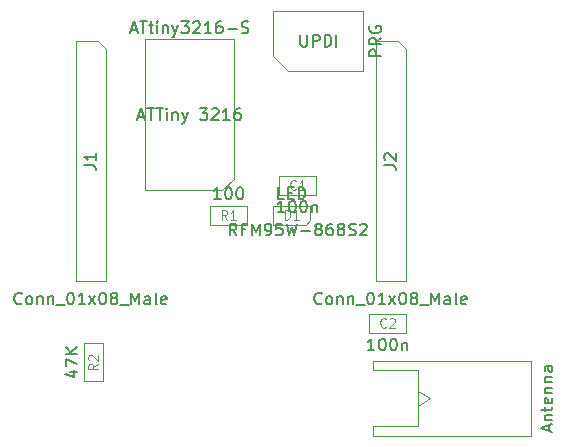
<source format=gbr>
%TF.GenerationSoftware,KiCad,Pcbnew,(5.1.10)-1*%
%TF.CreationDate,2021-12-27T13:21:28+01:00*%
%TF.ProjectId,LORA_ATTINY_v3,4c4f5241-5f41-4545-9449-4e595f76332e,rev?*%
%TF.SameCoordinates,Original*%
%TF.FileFunction,Other,Fab,Top*%
%FSLAX46Y46*%
G04 Gerber Fmt 4.6, Leading zero omitted, Abs format (unit mm)*
G04 Created by KiCad (PCBNEW (5.1.10)-1) date 2021-12-27 13:21:28*
%MOMM*%
%LPD*%
G01*
G04 APERTURE LIST*
%ADD10C,0.100000*%
%ADD11C,0.150000*%
%ADD12C,0.120000*%
G04 APERTURE END LIST*
D10*
%TO.C,ANT1*%
X87174000Y-74676000D02*
X86174000Y-75316000D01*
X86174000Y-74036000D02*
X87174000Y-74676000D01*
X95694000Y-71511000D02*
X95694000Y-77841000D01*
X82364000Y-71501000D02*
X95694000Y-71501000D01*
X82364000Y-71501000D02*
X82364000Y-72311000D01*
X82364000Y-72311000D02*
X86174000Y-72311000D01*
X86174000Y-72311000D02*
X86174000Y-77041000D01*
X86174000Y-77041000D02*
X82364000Y-77041000D01*
X82364000Y-77041000D02*
X82364000Y-77851000D01*
X82364000Y-77851000D02*
X95694000Y-77851000D01*
%TO.C,C1*%
X74346000Y-57442000D02*
X74346000Y-55842000D01*
X74346000Y-55842000D02*
X77546000Y-55842000D01*
X77546000Y-55842000D02*
X77546000Y-57442000D01*
X77546000Y-57442000D02*
X74346000Y-57442000D01*
%TO.C,C2*%
X85166000Y-69126000D02*
X81966000Y-69126000D01*
X85166000Y-67526000D02*
X85166000Y-69126000D01*
X81966000Y-67526000D02*
X85166000Y-67526000D01*
X81966000Y-69126000D02*
X81966000Y-67526000D01*
%TO.C,D1*%
X73838000Y-59982000D02*
X76638000Y-59982000D01*
X76638000Y-59982000D02*
X77038000Y-59582000D01*
X77038000Y-59582000D02*
X77038000Y-58382000D01*
X77038000Y-58382000D02*
X73838000Y-58382000D01*
X73838000Y-58382000D02*
X73838000Y-59982000D01*
%TO.C,J1*%
X57150000Y-44450000D02*
X59055000Y-44450000D01*
X59055000Y-44450000D02*
X59690000Y-45085000D01*
X59690000Y-45085000D02*
X59690000Y-64770000D01*
X59690000Y-64770000D02*
X57150000Y-64770000D01*
X57150000Y-64770000D02*
X57150000Y-44450000D01*
%TO.C,J2*%
X82550000Y-64770000D02*
X82550000Y-44450000D01*
X85090000Y-64770000D02*
X82550000Y-64770000D01*
X85090000Y-45085000D02*
X85090000Y-64770000D01*
X84455000Y-44450000D02*
X85090000Y-45085000D01*
X82550000Y-44450000D02*
X84455000Y-44450000D01*
%TO.C,UPDI*%
X73900000Y-45720000D02*
X73900000Y-41910000D01*
X73900000Y-41910000D02*
X81520000Y-41910000D01*
X81520000Y-41910000D02*
X81520000Y-46990000D01*
X81520000Y-46990000D02*
X75170000Y-46990000D01*
X75170000Y-46990000D02*
X73900000Y-45720000D01*
%TO.C,R1*%
X68504000Y-58382000D02*
X71704000Y-58382000D01*
X68504000Y-59982000D02*
X68504000Y-58382000D01*
X71704000Y-59982000D02*
X68504000Y-59982000D01*
X71704000Y-58382000D02*
X71704000Y-59982000D01*
%TO.C,R2*%
X57874000Y-70028000D02*
X59474000Y-70028000D01*
X59474000Y-70028000D02*
X59474000Y-73228000D01*
X59474000Y-73228000D02*
X57874000Y-73228000D01*
X57874000Y-73228000D02*
X57874000Y-70028000D01*
%TO.C,ATTiny 3216*%
X69552000Y-57073000D02*
X63052000Y-57073000D01*
X63052000Y-57073000D02*
X63052000Y-44273000D01*
X63052000Y-44273000D02*
X70552000Y-44273000D01*
X70552000Y-44273000D02*
X70552000Y-56073000D01*
X70552000Y-56073000D02*
X69552000Y-57073000D01*
%TD*%
%TO.C,ANT1*%
D11*
X97240666Y-77437904D02*
X97240666Y-76961714D01*
X97526380Y-77533142D02*
X96526380Y-77199809D01*
X97526380Y-76866476D01*
X96859714Y-76533142D02*
X97526380Y-76533142D01*
X96954952Y-76533142D02*
X96907333Y-76485523D01*
X96859714Y-76390285D01*
X96859714Y-76247428D01*
X96907333Y-76152190D01*
X97002571Y-76104571D01*
X97526380Y-76104571D01*
X96859714Y-75771238D02*
X96859714Y-75390285D01*
X96526380Y-75628380D02*
X97383523Y-75628380D01*
X97478761Y-75580761D01*
X97526380Y-75485523D01*
X97526380Y-75390285D01*
X97478761Y-74676000D02*
X97526380Y-74771238D01*
X97526380Y-74961714D01*
X97478761Y-75056952D01*
X97383523Y-75104571D01*
X97002571Y-75104571D01*
X96907333Y-75056952D01*
X96859714Y-74961714D01*
X96859714Y-74771238D01*
X96907333Y-74676000D01*
X97002571Y-74628380D01*
X97097809Y-74628380D01*
X97193047Y-75104571D01*
X96859714Y-74199809D02*
X97526380Y-74199809D01*
X96954952Y-74199809D02*
X96907333Y-74152190D01*
X96859714Y-74056952D01*
X96859714Y-73914095D01*
X96907333Y-73818857D01*
X97002571Y-73771238D01*
X97526380Y-73771238D01*
X96859714Y-73295047D02*
X97526380Y-73295047D01*
X96954952Y-73295047D02*
X96907333Y-73247428D01*
X96859714Y-73152190D01*
X96859714Y-73009333D01*
X96907333Y-72914095D01*
X97002571Y-72866476D01*
X97526380Y-72866476D01*
X97526380Y-71961714D02*
X97002571Y-71961714D01*
X96907333Y-72009333D01*
X96859714Y-72104571D01*
X96859714Y-72295047D01*
X96907333Y-72390285D01*
X97478761Y-71961714D02*
X97526380Y-72056952D01*
X97526380Y-72295047D01*
X97478761Y-72390285D01*
X97383523Y-72437904D01*
X97288285Y-72437904D01*
X97193047Y-72390285D01*
X97145428Y-72295047D01*
X97145428Y-72056952D01*
X97097809Y-71961714D01*
%TO.C,C1*%
X74826952Y-58944380D02*
X74255523Y-58944380D01*
X74541238Y-58944380D02*
X74541238Y-57944380D01*
X74446000Y-58087238D01*
X74350761Y-58182476D01*
X74255523Y-58230095D01*
X75446000Y-57944380D02*
X75541238Y-57944380D01*
X75636476Y-57992000D01*
X75684095Y-58039619D01*
X75731714Y-58134857D01*
X75779333Y-58325333D01*
X75779333Y-58563428D01*
X75731714Y-58753904D01*
X75684095Y-58849142D01*
X75636476Y-58896761D01*
X75541238Y-58944380D01*
X75446000Y-58944380D01*
X75350761Y-58896761D01*
X75303142Y-58849142D01*
X75255523Y-58753904D01*
X75207904Y-58563428D01*
X75207904Y-58325333D01*
X75255523Y-58134857D01*
X75303142Y-58039619D01*
X75350761Y-57992000D01*
X75446000Y-57944380D01*
X76398380Y-57944380D02*
X76493619Y-57944380D01*
X76588857Y-57992000D01*
X76636476Y-58039619D01*
X76684095Y-58134857D01*
X76731714Y-58325333D01*
X76731714Y-58563428D01*
X76684095Y-58753904D01*
X76636476Y-58849142D01*
X76588857Y-58896761D01*
X76493619Y-58944380D01*
X76398380Y-58944380D01*
X76303142Y-58896761D01*
X76255523Y-58849142D01*
X76207904Y-58753904D01*
X76160285Y-58563428D01*
X76160285Y-58325333D01*
X76207904Y-58134857D01*
X76255523Y-58039619D01*
X76303142Y-57992000D01*
X76398380Y-57944380D01*
X77160285Y-58277714D02*
X77160285Y-58944380D01*
X77160285Y-58372952D02*
X77207904Y-58325333D01*
X77303142Y-58277714D01*
X77446000Y-58277714D01*
X77541238Y-58325333D01*
X77588857Y-58420571D01*
X77588857Y-58944380D01*
D12*
X75812666Y-56927714D02*
X75774571Y-56965809D01*
X75660285Y-57003904D01*
X75584095Y-57003904D01*
X75469809Y-56965809D01*
X75393619Y-56889619D01*
X75355523Y-56813428D01*
X75317428Y-56661047D01*
X75317428Y-56546761D01*
X75355523Y-56394380D01*
X75393619Y-56318190D01*
X75469809Y-56242000D01*
X75584095Y-56203904D01*
X75660285Y-56203904D01*
X75774571Y-56242000D01*
X75812666Y-56280095D01*
X76574571Y-57003904D02*
X76117428Y-57003904D01*
X76346000Y-57003904D02*
X76346000Y-56203904D01*
X76269809Y-56318190D01*
X76193619Y-56394380D01*
X76117428Y-56432476D01*
%TO.C,C2*%
D11*
X82446952Y-70628380D02*
X81875523Y-70628380D01*
X82161238Y-70628380D02*
X82161238Y-69628380D01*
X82066000Y-69771238D01*
X81970761Y-69866476D01*
X81875523Y-69914095D01*
X83066000Y-69628380D02*
X83161238Y-69628380D01*
X83256476Y-69676000D01*
X83304095Y-69723619D01*
X83351714Y-69818857D01*
X83399333Y-70009333D01*
X83399333Y-70247428D01*
X83351714Y-70437904D01*
X83304095Y-70533142D01*
X83256476Y-70580761D01*
X83161238Y-70628380D01*
X83066000Y-70628380D01*
X82970761Y-70580761D01*
X82923142Y-70533142D01*
X82875523Y-70437904D01*
X82827904Y-70247428D01*
X82827904Y-70009333D01*
X82875523Y-69818857D01*
X82923142Y-69723619D01*
X82970761Y-69676000D01*
X83066000Y-69628380D01*
X84018380Y-69628380D02*
X84113619Y-69628380D01*
X84208857Y-69676000D01*
X84256476Y-69723619D01*
X84304095Y-69818857D01*
X84351714Y-70009333D01*
X84351714Y-70247428D01*
X84304095Y-70437904D01*
X84256476Y-70533142D01*
X84208857Y-70580761D01*
X84113619Y-70628380D01*
X84018380Y-70628380D01*
X83923142Y-70580761D01*
X83875523Y-70533142D01*
X83827904Y-70437904D01*
X83780285Y-70247428D01*
X83780285Y-70009333D01*
X83827904Y-69818857D01*
X83875523Y-69723619D01*
X83923142Y-69676000D01*
X84018380Y-69628380D01*
X84780285Y-69961714D02*
X84780285Y-70628380D01*
X84780285Y-70056952D02*
X84827904Y-70009333D01*
X84923142Y-69961714D01*
X85066000Y-69961714D01*
X85161238Y-70009333D01*
X85208857Y-70104571D01*
X85208857Y-70628380D01*
D12*
X83432666Y-68611714D02*
X83394571Y-68649809D01*
X83280285Y-68687904D01*
X83204095Y-68687904D01*
X83089809Y-68649809D01*
X83013619Y-68573619D01*
X82975523Y-68497428D01*
X82937428Y-68345047D01*
X82937428Y-68230761D01*
X82975523Y-68078380D01*
X83013619Y-68002190D01*
X83089809Y-67926000D01*
X83204095Y-67887904D01*
X83280285Y-67887904D01*
X83394571Y-67926000D01*
X83432666Y-67964095D01*
X83737428Y-67964095D02*
X83775523Y-67926000D01*
X83851714Y-67887904D01*
X84042190Y-67887904D01*
X84118380Y-67926000D01*
X84156476Y-67964095D01*
X84194571Y-68040285D01*
X84194571Y-68116476D01*
X84156476Y-68230761D01*
X83699333Y-68687904D01*
X84194571Y-68687904D01*
%TO.C,D1*%
D11*
X74795142Y-57814380D02*
X74318952Y-57814380D01*
X74318952Y-56814380D01*
X75128476Y-57290571D02*
X75461809Y-57290571D01*
X75604666Y-57814380D02*
X75128476Y-57814380D01*
X75128476Y-56814380D01*
X75604666Y-56814380D01*
X76033238Y-57814380D02*
X76033238Y-56814380D01*
X76271333Y-56814380D01*
X76414190Y-56862000D01*
X76509428Y-56957238D01*
X76557047Y-57052476D01*
X76604666Y-57242952D01*
X76604666Y-57385809D01*
X76557047Y-57576285D01*
X76509428Y-57671523D01*
X76414190Y-57766761D01*
X76271333Y-57814380D01*
X76033238Y-57814380D01*
D12*
X74847523Y-59543904D02*
X74847523Y-58743904D01*
X75038000Y-58743904D01*
X75152285Y-58782000D01*
X75228476Y-58858190D01*
X75266571Y-58934380D01*
X75304666Y-59086761D01*
X75304666Y-59201047D01*
X75266571Y-59353428D01*
X75228476Y-59429619D01*
X75152285Y-59505809D01*
X75038000Y-59543904D01*
X74847523Y-59543904D01*
X76066571Y-59543904D02*
X75609428Y-59543904D01*
X75838000Y-59543904D02*
X75838000Y-58743904D01*
X75761809Y-58858190D01*
X75685619Y-58934380D01*
X75609428Y-58972476D01*
%TO.C,J1*%
D11*
X52586666Y-66627142D02*
X52539047Y-66674761D01*
X52396190Y-66722380D01*
X52300952Y-66722380D01*
X52158095Y-66674761D01*
X52062857Y-66579523D01*
X52015238Y-66484285D01*
X51967619Y-66293809D01*
X51967619Y-66150952D01*
X52015238Y-65960476D01*
X52062857Y-65865238D01*
X52158095Y-65770000D01*
X52300952Y-65722380D01*
X52396190Y-65722380D01*
X52539047Y-65770000D01*
X52586666Y-65817619D01*
X53158095Y-66722380D02*
X53062857Y-66674761D01*
X53015238Y-66627142D01*
X52967619Y-66531904D01*
X52967619Y-66246190D01*
X53015238Y-66150952D01*
X53062857Y-66103333D01*
X53158095Y-66055714D01*
X53300952Y-66055714D01*
X53396190Y-66103333D01*
X53443809Y-66150952D01*
X53491428Y-66246190D01*
X53491428Y-66531904D01*
X53443809Y-66627142D01*
X53396190Y-66674761D01*
X53300952Y-66722380D01*
X53158095Y-66722380D01*
X53920000Y-66055714D02*
X53920000Y-66722380D01*
X53920000Y-66150952D02*
X53967619Y-66103333D01*
X54062857Y-66055714D01*
X54205714Y-66055714D01*
X54300952Y-66103333D01*
X54348571Y-66198571D01*
X54348571Y-66722380D01*
X54824761Y-66055714D02*
X54824761Y-66722380D01*
X54824761Y-66150952D02*
X54872380Y-66103333D01*
X54967619Y-66055714D01*
X55110476Y-66055714D01*
X55205714Y-66103333D01*
X55253333Y-66198571D01*
X55253333Y-66722380D01*
X55491428Y-66817619D02*
X56253333Y-66817619D01*
X56681904Y-65722380D02*
X56777142Y-65722380D01*
X56872380Y-65770000D01*
X56920000Y-65817619D01*
X56967619Y-65912857D01*
X57015238Y-66103333D01*
X57015238Y-66341428D01*
X56967619Y-66531904D01*
X56920000Y-66627142D01*
X56872380Y-66674761D01*
X56777142Y-66722380D01*
X56681904Y-66722380D01*
X56586666Y-66674761D01*
X56539047Y-66627142D01*
X56491428Y-66531904D01*
X56443809Y-66341428D01*
X56443809Y-66103333D01*
X56491428Y-65912857D01*
X56539047Y-65817619D01*
X56586666Y-65770000D01*
X56681904Y-65722380D01*
X57967619Y-66722380D02*
X57396190Y-66722380D01*
X57681904Y-66722380D02*
X57681904Y-65722380D01*
X57586666Y-65865238D01*
X57491428Y-65960476D01*
X57396190Y-66008095D01*
X58300952Y-66722380D02*
X58824761Y-66055714D01*
X58300952Y-66055714D02*
X58824761Y-66722380D01*
X59396190Y-65722380D02*
X59491428Y-65722380D01*
X59586666Y-65770000D01*
X59634285Y-65817619D01*
X59681904Y-65912857D01*
X59729523Y-66103333D01*
X59729523Y-66341428D01*
X59681904Y-66531904D01*
X59634285Y-66627142D01*
X59586666Y-66674761D01*
X59491428Y-66722380D01*
X59396190Y-66722380D01*
X59300952Y-66674761D01*
X59253333Y-66627142D01*
X59205714Y-66531904D01*
X59158095Y-66341428D01*
X59158095Y-66103333D01*
X59205714Y-65912857D01*
X59253333Y-65817619D01*
X59300952Y-65770000D01*
X59396190Y-65722380D01*
X60300952Y-66150952D02*
X60205714Y-66103333D01*
X60158095Y-66055714D01*
X60110476Y-65960476D01*
X60110476Y-65912857D01*
X60158095Y-65817619D01*
X60205714Y-65770000D01*
X60300952Y-65722380D01*
X60491428Y-65722380D01*
X60586666Y-65770000D01*
X60634285Y-65817619D01*
X60681904Y-65912857D01*
X60681904Y-65960476D01*
X60634285Y-66055714D01*
X60586666Y-66103333D01*
X60491428Y-66150952D01*
X60300952Y-66150952D01*
X60205714Y-66198571D01*
X60158095Y-66246190D01*
X60110476Y-66341428D01*
X60110476Y-66531904D01*
X60158095Y-66627142D01*
X60205714Y-66674761D01*
X60300952Y-66722380D01*
X60491428Y-66722380D01*
X60586666Y-66674761D01*
X60634285Y-66627142D01*
X60681904Y-66531904D01*
X60681904Y-66341428D01*
X60634285Y-66246190D01*
X60586666Y-66198571D01*
X60491428Y-66150952D01*
X60872380Y-66817619D02*
X61634285Y-66817619D01*
X61872380Y-66722380D02*
X61872380Y-65722380D01*
X62205714Y-66436666D01*
X62539047Y-65722380D01*
X62539047Y-66722380D01*
X63443809Y-66722380D02*
X63443809Y-66198571D01*
X63396190Y-66103333D01*
X63300952Y-66055714D01*
X63110476Y-66055714D01*
X63015238Y-66103333D01*
X63443809Y-66674761D02*
X63348571Y-66722380D01*
X63110476Y-66722380D01*
X63015238Y-66674761D01*
X62967619Y-66579523D01*
X62967619Y-66484285D01*
X63015238Y-66389047D01*
X63110476Y-66341428D01*
X63348571Y-66341428D01*
X63443809Y-66293809D01*
X64062857Y-66722380D02*
X63967619Y-66674761D01*
X63920000Y-66579523D01*
X63920000Y-65722380D01*
X64824761Y-66674761D02*
X64729523Y-66722380D01*
X64539047Y-66722380D01*
X64443809Y-66674761D01*
X64396190Y-66579523D01*
X64396190Y-66198571D01*
X64443809Y-66103333D01*
X64539047Y-66055714D01*
X64729523Y-66055714D01*
X64824761Y-66103333D01*
X64872380Y-66198571D01*
X64872380Y-66293809D01*
X64396190Y-66389047D01*
X57872380Y-54943333D02*
X58586666Y-54943333D01*
X58729523Y-54990952D01*
X58824761Y-55086190D01*
X58872380Y-55229047D01*
X58872380Y-55324285D01*
X58872380Y-53943333D02*
X58872380Y-54514761D01*
X58872380Y-54229047D02*
X57872380Y-54229047D01*
X58015238Y-54324285D01*
X58110476Y-54419523D01*
X58158095Y-54514761D01*
%TO.C,J2*%
X77986666Y-66627142D02*
X77939047Y-66674761D01*
X77796190Y-66722380D01*
X77700952Y-66722380D01*
X77558095Y-66674761D01*
X77462857Y-66579523D01*
X77415238Y-66484285D01*
X77367619Y-66293809D01*
X77367619Y-66150952D01*
X77415238Y-65960476D01*
X77462857Y-65865238D01*
X77558095Y-65770000D01*
X77700952Y-65722380D01*
X77796190Y-65722380D01*
X77939047Y-65770000D01*
X77986666Y-65817619D01*
X78558095Y-66722380D02*
X78462857Y-66674761D01*
X78415238Y-66627142D01*
X78367619Y-66531904D01*
X78367619Y-66246190D01*
X78415238Y-66150952D01*
X78462857Y-66103333D01*
X78558095Y-66055714D01*
X78700952Y-66055714D01*
X78796190Y-66103333D01*
X78843809Y-66150952D01*
X78891428Y-66246190D01*
X78891428Y-66531904D01*
X78843809Y-66627142D01*
X78796190Y-66674761D01*
X78700952Y-66722380D01*
X78558095Y-66722380D01*
X79320000Y-66055714D02*
X79320000Y-66722380D01*
X79320000Y-66150952D02*
X79367619Y-66103333D01*
X79462857Y-66055714D01*
X79605714Y-66055714D01*
X79700952Y-66103333D01*
X79748571Y-66198571D01*
X79748571Y-66722380D01*
X80224761Y-66055714D02*
X80224761Y-66722380D01*
X80224761Y-66150952D02*
X80272380Y-66103333D01*
X80367619Y-66055714D01*
X80510476Y-66055714D01*
X80605714Y-66103333D01*
X80653333Y-66198571D01*
X80653333Y-66722380D01*
X80891428Y-66817619D02*
X81653333Y-66817619D01*
X82081904Y-65722380D02*
X82177142Y-65722380D01*
X82272380Y-65770000D01*
X82320000Y-65817619D01*
X82367619Y-65912857D01*
X82415238Y-66103333D01*
X82415238Y-66341428D01*
X82367619Y-66531904D01*
X82320000Y-66627142D01*
X82272380Y-66674761D01*
X82177142Y-66722380D01*
X82081904Y-66722380D01*
X81986666Y-66674761D01*
X81939047Y-66627142D01*
X81891428Y-66531904D01*
X81843809Y-66341428D01*
X81843809Y-66103333D01*
X81891428Y-65912857D01*
X81939047Y-65817619D01*
X81986666Y-65770000D01*
X82081904Y-65722380D01*
X83367619Y-66722380D02*
X82796190Y-66722380D01*
X83081904Y-66722380D02*
X83081904Y-65722380D01*
X82986666Y-65865238D01*
X82891428Y-65960476D01*
X82796190Y-66008095D01*
X83700952Y-66722380D02*
X84224761Y-66055714D01*
X83700952Y-66055714D02*
X84224761Y-66722380D01*
X84796190Y-65722380D02*
X84891428Y-65722380D01*
X84986666Y-65770000D01*
X85034285Y-65817619D01*
X85081904Y-65912857D01*
X85129523Y-66103333D01*
X85129523Y-66341428D01*
X85081904Y-66531904D01*
X85034285Y-66627142D01*
X84986666Y-66674761D01*
X84891428Y-66722380D01*
X84796190Y-66722380D01*
X84700952Y-66674761D01*
X84653333Y-66627142D01*
X84605714Y-66531904D01*
X84558095Y-66341428D01*
X84558095Y-66103333D01*
X84605714Y-65912857D01*
X84653333Y-65817619D01*
X84700952Y-65770000D01*
X84796190Y-65722380D01*
X85700952Y-66150952D02*
X85605714Y-66103333D01*
X85558095Y-66055714D01*
X85510476Y-65960476D01*
X85510476Y-65912857D01*
X85558095Y-65817619D01*
X85605714Y-65770000D01*
X85700952Y-65722380D01*
X85891428Y-65722380D01*
X85986666Y-65770000D01*
X86034285Y-65817619D01*
X86081904Y-65912857D01*
X86081904Y-65960476D01*
X86034285Y-66055714D01*
X85986666Y-66103333D01*
X85891428Y-66150952D01*
X85700952Y-66150952D01*
X85605714Y-66198571D01*
X85558095Y-66246190D01*
X85510476Y-66341428D01*
X85510476Y-66531904D01*
X85558095Y-66627142D01*
X85605714Y-66674761D01*
X85700952Y-66722380D01*
X85891428Y-66722380D01*
X85986666Y-66674761D01*
X86034285Y-66627142D01*
X86081904Y-66531904D01*
X86081904Y-66341428D01*
X86034285Y-66246190D01*
X85986666Y-66198571D01*
X85891428Y-66150952D01*
X86272380Y-66817619D02*
X87034285Y-66817619D01*
X87272380Y-66722380D02*
X87272380Y-65722380D01*
X87605714Y-66436666D01*
X87939047Y-65722380D01*
X87939047Y-66722380D01*
X88843809Y-66722380D02*
X88843809Y-66198571D01*
X88796190Y-66103333D01*
X88700952Y-66055714D01*
X88510476Y-66055714D01*
X88415238Y-66103333D01*
X88843809Y-66674761D02*
X88748571Y-66722380D01*
X88510476Y-66722380D01*
X88415238Y-66674761D01*
X88367619Y-66579523D01*
X88367619Y-66484285D01*
X88415238Y-66389047D01*
X88510476Y-66341428D01*
X88748571Y-66341428D01*
X88843809Y-66293809D01*
X89462857Y-66722380D02*
X89367619Y-66674761D01*
X89320000Y-66579523D01*
X89320000Y-65722380D01*
X90224761Y-66674761D02*
X90129523Y-66722380D01*
X89939047Y-66722380D01*
X89843809Y-66674761D01*
X89796190Y-66579523D01*
X89796190Y-66198571D01*
X89843809Y-66103333D01*
X89939047Y-66055714D01*
X90129523Y-66055714D01*
X90224761Y-66103333D01*
X90272380Y-66198571D01*
X90272380Y-66293809D01*
X89796190Y-66389047D01*
X83272380Y-54943333D02*
X83986666Y-54943333D01*
X84129523Y-54990952D01*
X84224761Y-55086190D01*
X84272380Y-55229047D01*
X84272380Y-55324285D01*
X83367619Y-54514761D02*
X83320000Y-54467142D01*
X83272380Y-54371904D01*
X83272380Y-54133809D01*
X83320000Y-54038571D01*
X83367619Y-53990952D01*
X83462857Y-53943333D01*
X83558095Y-53943333D01*
X83700952Y-53990952D01*
X84272380Y-54562380D01*
X84272380Y-53943333D01*
%TO.C,UPDI*%
X83032380Y-45711904D02*
X82032380Y-45711904D01*
X82032380Y-45330952D01*
X82080000Y-45235714D01*
X82127619Y-45188095D01*
X82222857Y-45140476D01*
X82365714Y-45140476D01*
X82460952Y-45188095D01*
X82508571Y-45235714D01*
X82556190Y-45330952D01*
X82556190Y-45711904D01*
X83032380Y-44140476D02*
X82556190Y-44473809D01*
X83032380Y-44711904D02*
X82032380Y-44711904D01*
X82032380Y-44330952D01*
X82080000Y-44235714D01*
X82127619Y-44188095D01*
X82222857Y-44140476D01*
X82365714Y-44140476D01*
X82460952Y-44188095D01*
X82508571Y-44235714D01*
X82556190Y-44330952D01*
X82556190Y-44711904D01*
X82080000Y-43188095D02*
X82032380Y-43283333D01*
X82032380Y-43426190D01*
X82080000Y-43569047D01*
X82175238Y-43664285D01*
X82270476Y-43711904D01*
X82460952Y-43759523D01*
X82603809Y-43759523D01*
X82794285Y-43711904D01*
X82889523Y-43664285D01*
X82984761Y-43569047D01*
X83032380Y-43426190D01*
X83032380Y-43330952D01*
X82984761Y-43188095D01*
X82937142Y-43140476D01*
X82603809Y-43140476D01*
X82603809Y-43330952D01*
X76186190Y-43902380D02*
X76186190Y-44711904D01*
X76233809Y-44807142D01*
X76281428Y-44854761D01*
X76376666Y-44902380D01*
X76567142Y-44902380D01*
X76662380Y-44854761D01*
X76710000Y-44807142D01*
X76757619Y-44711904D01*
X76757619Y-43902380D01*
X77233809Y-44902380D02*
X77233809Y-43902380D01*
X77614761Y-43902380D01*
X77710000Y-43950000D01*
X77757619Y-43997619D01*
X77805238Y-44092857D01*
X77805238Y-44235714D01*
X77757619Y-44330952D01*
X77710000Y-44378571D01*
X77614761Y-44426190D01*
X77233809Y-44426190D01*
X78233809Y-44902380D02*
X78233809Y-43902380D01*
X78471904Y-43902380D01*
X78614761Y-43950000D01*
X78710000Y-44045238D01*
X78757619Y-44140476D01*
X78805238Y-44330952D01*
X78805238Y-44473809D01*
X78757619Y-44664285D01*
X78710000Y-44759523D01*
X78614761Y-44854761D01*
X78471904Y-44902380D01*
X78233809Y-44902380D01*
X79233809Y-44902380D02*
X79233809Y-43902380D01*
%TO.C,R1*%
X69437333Y-57814380D02*
X68865904Y-57814380D01*
X69151619Y-57814380D02*
X69151619Y-56814380D01*
X69056380Y-56957238D01*
X68961142Y-57052476D01*
X68865904Y-57100095D01*
X70056380Y-56814380D02*
X70151619Y-56814380D01*
X70246857Y-56862000D01*
X70294476Y-56909619D01*
X70342095Y-57004857D01*
X70389714Y-57195333D01*
X70389714Y-57433428D01*
X70342095Y-57623904D01*
X70294476Y-57719142D01*
X70246857Y-57766761D01*
X70151619Y-57814380D01*
X70056380Y-57814380D01*
X69961142Y-57766761D01*
X69913523Y-57719142D01*
X69865904Y-57623904D01*
X69818285Y-57433428D01*
X69818285Y-57195333D01*
X69865904Y-57004857D01*
X69913523Y-56909619D01*
X69961142Y-56862000D01*
X70056380Y-56814380D01*
X71008761Y-56814380D02*
X71104000Y-56814380D01*
X71199238Y-56862000D01*
X71246857Y-56909619D01*
X71294476Y-57004857D01*
X71342095Y-57195333D01*
X71342095Y-57433428D01*
X71294476Y-57623904D01*
X71246857Y-57719142D01*
X71199238Y-57766761D01*
X71104000Y-57814380D01*
X71008761Y-57814380D01*
X70913523Y-57766761D01*
X70865904Y-57719142D01*
X70818285Y-57623904D01*
X70770666Y-57433428D01*
X70770666Y-57195333D01*
X70818285Y-57004857D01*
X70865904Y-56909619D01*
X70913523Y-56862000D01*
X71008761Y-56814380D01*
D12*
X69970666Y-59543904D02*
X69704000Y-59162952D01*
X69513523Y-59543904D02*
X69513523Y-58743904D01*
X69818285Y-58743904D01*
X69894476Y-58782000D01*
X69932571Y-58820095D01*
X69970666Y-58896285D01*
X69970666Y-59010571D01*
X69932571Y-59086761D01*
X69894476Y-59124857D01*
X69818285Y-59162952D01*
X69513523Y-59162952D01*
X70732571Y-59543904D02*
X70275428Y-59543904D01*
X70504000Y-59543904D02*
X70504000Y-58743904D01*
X70427809Y-58858190D01*
X70351619Y-58934380D01*
X70275428Y-58972476D01*
%TO.C,R2*%
D11*
X56639714Y-72413714D02*
X57306380Y-72413714D01*
X56258761Y-72651809D02*
X56973047Y-72889904D01*
X56973047Y-72270857D01*
X56306380Y-71985142D02*
X56306380Y-71318476D01*
X57306380Y-71747047D01*
X57306380Y-70937523D02*
X56306380Y-70937523D01*
X57306380Y-70366095D02*
X56734952Y-70794666D01*
X56306380Y-70366095D02*
X56877809Y-70937523D01*
D12*
X59035904Y-71761333D02*
X58654952Y-72028000D01*
X59035904Y-72218476D02*
X58235904Y-72218476D01*
X58235904Y-71913714D01*
X58274000Y-71837523D01*
X58312095Y-71799428D01*
X58388285Y-71761333D01*
X58502571Y-71761333D01*
X58578761Y-71799428D01*
X58616857Y-71837523D01*
X58654952Y-71913714D01*
X58654952Y-72218476D01*
X58312095Y-71456571D02*
X58274000Y-71418476D01*
X58235904Y-71342285D01*
X58235904Y-71151809D01*
X58274000Y-71075619D01*
X58312095Y-71037523D01*
X58388285Y-70999428D01*
X58464476Y-70999428D01*
X58578761Y-71037523D01*
X59035904Y-71494666D01*
X59035904Y-70999428D01*
%TO.C,RFM95*%
D11*
X70769714Y-60882380D02*
X70436380Y-60406190D01*
X70198285Y-60882380D02*
X70198285Y-59882380D01*
X70579238Y-59882380D01*
X70674476Y-59930000D01*
X70722095Y-59977619D01*
X70769714Y-60072857D01*
X70769714Y-60215714D01*
X70722095Y-60310952D01*
X70674476Y-60358571D01*
X70579238Y-60406190D01*
X70198285Y-60406190D01*
X71531619Y-60358571D02*
X71198285Y-60358571D01*
X71198285Y-60882380D02*
X71198285Y-59882380D01*
X71674476Y-59882380D01*
X72055428Y-60882380D02*
X72055428Y-59882380D01*
X72388761Y-60596666D01*
X72722095Y-59882380D01*
X72722095Y-60882380D01*
X73245904Y-60882380D02*
X73436380Y-60882380D01*
X73531619Y-60834761D01*
X73579238Y-60787142D01*
X73674476Y-60644285D01*
X73722095Y-60453809D01*
X73722095Y-60072857D01*
X73674476Y-59977619D01*
X73626857Y-59930000D01*
X73531619Y-59882380D01*
X73341142Y-59882380D01*
X73245904Y-59930000D01*
X73198285Y-59977619D01*
X73150666Y-60072857D01*
X73150666Y-60310952D01*
X73198285Y-60406190D01*
X73245904Y-60453809D01*
X73341142Y-60501428D01*
X73531619Y-60501428D01*
X73626857Y-60453809D01*
X73674476Y-60406190D01*
X73722095Y-60310952D01*
X74626857Y-59882380D02*
X74150666Y-59882380D01*
X74103047Y-60358571D01*
X74150666Y-60310952D01*
X74245904Y-60263333D01*
X74484000Y-60263333D01*
X74579238Y-60310952D01*
X74626857Y-60358571D01*
X74674476Y-60453809D01*
X74674476Y-60691904D01*
X74626857Y-60787142D01*
X74579238Y-60834761D01*
X74484000Y-60882380D01*
X74245904Y-60882380D01*
X74150666Y-60834761D01*
X74103047Y-60787142D01*
X75007809Y-59882380D02*
X75245904Y-60882380D01*
X75436380Y-60168095D01*
X75626857Y-60882380D01*
X75864952Y-59882380D01*
X76245904Y-60501428D02*
X77007809Y-60501428D01*
X77626857Y-60310952D02*
X77531619Y-60263333D01*
X77484000Y-60215714D01*
X77436380Y-60120476D01*
X77436380Y-60072857D01*
X77484000Y-59977619D01*
X77531619Y-59930000D01*
X77626857Y-59882380D01*
X77817333Y-59882380D01*
X77912571Y-59930000D01*
X77960190Y-59977619D01*
X78007809Y-60072857D01*
X78007809Y-60120476D01*
X77960190Y-60215714D01*
X77912571Y-60263333D01*
X77817333Y-60310952D01*
X77626857Y-60310952D01*
X77531619Y-60358571D01*
X77484000Y-60406190D01*
X77436380Y-60501428D01*
X77436380Y-60691904D01*
X77484000Y-60787142D01*
X77531619Y-60834761D01*
X77626857Y-60882380D01*
X77817333Y-60882380D01*
X77912571Y-60834761D01*
X77960190Y-60787142D01*
X78007809Y-60691904D01*
X78007809Y-60501428D01*
X77960190Y-60406190D01*
X77912571Y-60358571D01*
X77817333Y-60310952D01*
X78864952Y-59882380D02*
X78674476Y-59882380D01*
X78579238Y-59930000D01*
X78531619Y-59977619D01*
X78436380Y-60120476D01*
X78388761Y-60310952D01*
X78388761Y-60691904D01*
X78436380Y-60787142D01*
X78484000Y-60834761D01*
X78579238Y-60882380D01*
X78769714Y-60882380D01*
X78864952Y-60834761D01*
X78912571Y-60787142D01*
X78960190Y-60691904D01*
X78960190Y-60453809D01*
X78912571Y-60358571D01*
X78864952Y-60310952D01*
X78769714Y-60263333D01*
X78579238Y-60263333D01*
X78484000Y-60310952D01*
X78436380Y-60358571D01*
X78388761Y-60453809D01*
X79531619Y-60310952D02*
X79436380Y-60263333D01*
X79388761Y-60215714D01*
X79341142Y-60120476D01*
X79341142Y-60072857D01*
X79388761Y-59977619D01*
X79436380Y-59930000D01*
X79531619Y-59882380D01*
X79722095Y-59882380D01*
X79817333Y-59930000D01*
X79864952Y-59977619D01*
X79912571Y-60072857D01*
X79912571Y-60120476D01*
X79864952Y-60215714D01*
X79817333Y-60263333D01*
X79722095Y-60310952D01*
X79531619Y-60310952D01*
X79436380Y-60358571D01*
X79388761Y-60406190D01*
X79341142Y-60501428D01*
X79341142Y-60691904D01*
X79388761Y-60787142D01*
X79436380Y-60834761D01*
X79531619Y-60882380D01*
X79722095Y-60882380D01*
X79817333Y-60834761D01*
X79864952Y-60787142D01*
X79912571Y-60691904D01*
X79912571Y-60501428D01*
X79864952Y-60406190D01*
X79817333Y-60358571D01*
X79722095Y-60310952D01*
X80293523Y-60834761D02*
X80436380Y-60882380D01*
X80674476Y-60882380D01*
X80769714Y-60834761D01*
X80817333Y-60787142D01*
X80864952Y-60691904D01*
X80864952Y-60596666D01*
X80817333Y-60501428D01*
X80769714Y-60453809D01*
X80674476Y-60406190D01*
X80484000Y-60358571D01*
X80388761Y-60310952D01*
X80341142Y-60263333D01*
X80293523Y-60168095D01*
X80293523Y-60072857D01*
X80341142Y-59977619D01*
X80388761Y-59930000D01*
X80484000Y-59882380D01*
X80722095Y-59882380D01*
X80864952Y-59930000D01*
X81245904Y-59977619D02*
X81293523Y-59930000D01*
X81388761Y-59882380D01*
X81626857Y-59882380D01*
X81722095Y-59930000D01*
X81769714Y-59977619D01*
X81817333Y-60072857D01*
X81817333Y-60168095D01*
X81769714Y-60310952D01*
X81198285Y-60882380D01*
X81817333Y-60882380D01*
%TO.C,ATTiny 3216*%
X61825809Y-43489666D02*
X62301999Y-43489666D01*
X61730571Y-43775380D02*
X62063904Y-42775380D01*
X62397238Y-43775380D01*
X62587714Y-42775380D02*
X63159142Y-42775380D01*
X62873428Y-43775380D02*
X62873428Y-42775380D01*
X63349619Y-43108714D02*
X63730571Y-43108714D01*
X63492476Y-42775380D02*
X63492476Y-43632523D01*
X63540095Y-43727761D01*
X63635333Y-43775380D01*
X63730571Y-43775380D01*
X64063904Y-43775380D02*
X64063904Y-43108714D01*
X64063904Y-42775380D02*
X64016285Y-42823000D01*
X64063904Y-42870619D01*
X64111523Y-42823000D01*
X64063904Y-42775380D01*
X64063904Y-42870619D01*
X64540095Y-43108714D02*
X64540095Y-43775380D01*
X64540095Y-43203952D02*
X64587714Y-43156333D01*
X64682952Y-43108714D01*
X64825809Y-43108714D01*
X64921047Y-43156333D01*
X64968666Y-43251571D01*
X64968666Y-43775380D01*
X65349619Y-43108714D02*
X65587714Y-43775380D01*
X65825809Y-43108714D02*
X65587714Y-43775380D01*
X65492476Y-44013476D01*
X65444857Y-44061095D01*
X65349619Y-44108714D01*
X66111523Y-42775380D02*
X66730571Y-42775380D01*
X66397238Y-43156333D01*
X66540095Y-43156333D01*
X66635333Y-43203952D01*
X66682952Y-43251571D01*
X66730571Y-43346809D01*
X66730571Y-43584904D01*
X66682952Y-43680142D01*
X66635333Y-43727761D01*
X66540095Y-43775380D01*
X66254380Y-43775380D01*
X66159142Y-43727761D01*
X66111523Y-43680142D01*
X67111523Y-42870619D02*
X67159142Y-42823000D01*
X67254380Y-42775380D01*
X67492476Y-42775380D01*
X67587714Y-42823000D01*
X67635333Y-42870619D01*
X67682952Y-42965857D01*
X67682952Y-43061095D01*
X67635333Y-43203952D01*
X67063904Y-43775380D01*
X67682952Y-43775380D01*
X68635333Y-43775380D02*
X68063904Y-43775380D01*
X68349619Y-43775380D02*
X68349619Y-42775380D01*
X68254380Y-42918238D01*
X68159142Y-43013476D01*
X68063904Y-43061095D01*
X69492476Y-42775380D02*
X69302000Y-42775380D01*
X69206761Y-42823000D01*
X69159142Y-42870619D01*
X69063904Y-43013476D01*
X69016285Y-43203952D01*
X69016285Y-43584904D01*
X69063904Y-43680142D01*
X69111523Y-43727761D01*
X69206761Y-43775380D01*
X69397238Y-43775380D01*
X69492476Y-43727761D01*
X69540095Y-43680142D01*
X69587714Y-43584904D01*
X69587714Y-43346809D01*
X69540095Y-43251571D01*
X69492476Y-43203952D01*
X69397238Y-43156333D01*
X69206761Y-43156333D01*
X69111523Y-43203952D01*
X69063904Y-43251571D01*
X69016285Y-43346809D01*
X70016285Y-43394428D02*
X70778190Y-43394428D01*
X71206761Y-43727761D02*
X71349619Y-43775380D01*
X71587714Y-43775380D01*
X71682952Y-43727761D01*
X71730571Y-43680142D01*
X71778190Y-43584904D01*
X71778190Y-43489666D01*
X71730571Y-43394428D01*
X71682952Y-43346809D01*
X71587714Y-43299190D01*
X71397238Y-43251571D01*
X71302000Y-43203952D01*
X71254380Y-43156333D01*
X71206761Y-43061095D01*
X71206761Y-42965857D01*
X71254380Y-42870619D01*
X71302000Y-42823000D01*
X71397238Y-42775380D01*
X71635333Y-42775380D01*
X71778190Y-42823000D01*
X62444857Y-50839666D02*
X62921047Y-50839666D01*
X62349619Y-51125380D02*
X62682952Y-50125380D01*
X63016285Y-51125380D01*
X63206761Y-50125380D02*
X63778190Y-50125380D01*
X63492476Y-51125380D02*
X63492476Y-50125380D01*
X63968666Y-50125380D02*
X64540095Y-50125380D01*
X64254380Y-51125380D02*
X64254380Y-50125380D01*
X64873428Y-51125380D02*
X64873428Y-50458714D01*
X64873428Y-50125380D02*
X64825809Y-50173000D01*
X64873428Y-50220619D01*
X64921047Y-50173000D01*
X64873428Y-50125380D01*
X64873428Y-50220619D01*
X65349619Y-50458714D02*
X65349619Y-51125380D01*
X65349619Y-50553952D02*
X65397238Y-50506333D01*
X65492476Y-50458714D01*
X65635333Y-50458714D01*
X65730571Y-50506333D01*
X65778190Y-50601571D01*
X65778190Y-51125380D01*
X66159142Y-50458714D02*
X66397238Y-51125380D01*
X66635333Y-50458714D02*
X66397238Y-51125380D01*
X66302000Y-51363476D01*
X66254380Y-51411095D01*
X66159142Y-51458714D01*
X67682952Y-50125380D02*
X68302000Y-50125380D01*
X67968666Y-50506333D01*
X68111523Y-50506333D01*
X68206761Y-50553952D01*
X68254380Y-50601571D01*
X68302000Y-50696809D01*
X68302000Y-50934904D01*
X68254380Y-51030142D01*
X68206761Y-51077761D01*
X68111523Y-51125380D01*
X67825809Y-51125380D01*
X67730571Y-51077761D01*
X67682952Y-51030142D01*
X68682952Y-50220619D02*
X68730571Y-50173000D01*
X68825809Y-50125380D01*
X69063904Y-50125380D01*
X69159142Y-50173000D01*
X69206761Y-50220619D01*
X69254380Y-50315857D01*
X69254380Y-50411095D01*
X69206761Y-50553952D01*
X68635333Y-51125380D01*
X69254380Y-51125380D01*
X70206761Y-51125380D02*
X69635333Y-51125380D01*
X69921047Y-51125380D02*
X69921047Y-50125380D01*
X69825809Y-50268238D01*
X69730571Y-50363476D01*
X69635333Y-50411095D01*
X71063904Y-50125380D02*
X70873428Y-50125380D01*
X70778190Y-50173000D01*
X70730571Y-50220619D01*
X70635333Y-50363476D01*
X70587714Y-50553952D01*
X70587714Y-50934904D01*
X70635333Y-51030142D01*
X70682952Y-51077761D01*
X70778190Y-51125380D01*
X70968666Y-51125380D01*
X71063904Y-51077761D01*
X71111523Y-51030142D01*
X71159142Y-50934904D01*
X71159142Y-50696809D01*
X71111523Y-50601571D01*
X71063904Y-50553952D01*
X70968666Y-50506333D01*
X70778190Y-50506333D01*
X70682952Y-50553952D01*
X70635333Y-50601571D01*
X70587714Y-50696809D01*
%TD*%
M02*

</source>
